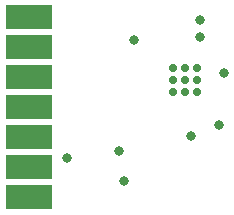
<source format=gbs>
G04 Layer_Color=8150272*
%FSLAX25Y25*%
%MOIN*%
G70*
G01*
G75*
%ADD31R,0.15800X0.08400*%
%ADD37C,0.03200*%
%ADD38C,0.02769*%
D31*
X112500Y485000D02*
D03*
Y475000D02*
D03*
Y465000D02*
D03*
Y455000D02*
D03*
Y445000D02*
D03*
Y435000D02*
D03*
Y425000D02*
D03*
D37*
X147500Y477500D02*
D03*
X166500Y445500D02*
D03*
X144000Y430500D02*
D03*
X142500Y440500D02*
D03*
X125000Y438000D02*
D03*
X177500Y466500D02*
D03*
X169437Y484000D02*
D03*
Y478500D02*
D03*
X175816Y449000D02*
D03*
D38*
X168374Y460063D02*
D03*
X164437D02*
D03*
X160500D02*
D03*
X168374Y464000D02*
D03*
X164437D02*
D03*
X160500D02*
D03*
X168374Y467937D02*
D03*
X164437D02*
D03*
X160500D02*
D03*
M02*

</source>
